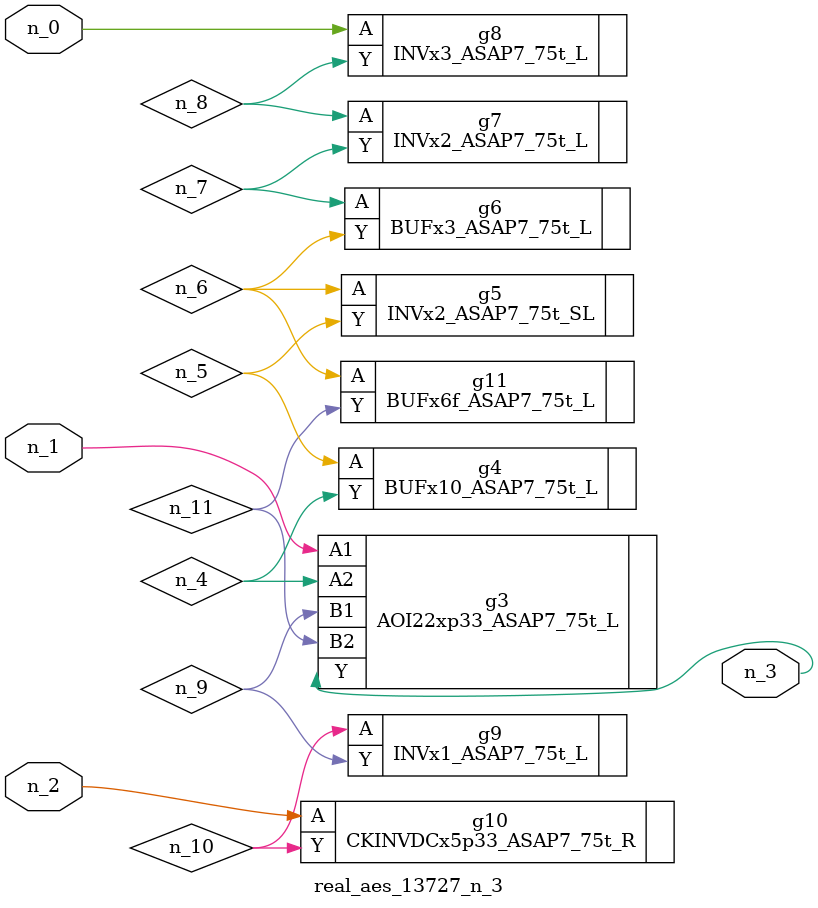
<source format=v>
module real_aes_13727_n_3 (n_0, n_2, n_1, n_3);
input n_0;
input n_2;
input n_1;
output n_3;
wire n_4;
wire n_5;
wire n_7;
wire n_9;
wire n_6;
wire n_8;
wire n_10;
wire n_11;
INVx3_ASAP7_75t_L g8 ( .A(n_0), .Y(n_8) );
AOI22xp33_ASAP7_75t_L g3 ( .A1(n_1), .A2(n_4), .B1(n_9), .B2(n_11), .Y(n_3) );
CKINVDCx5p33_ASAP7_75t_R g10 ( .A(n_2), .Y(n_10) );
BUFx10_ASAP7_75t_L g4 ( .A(n_5), .Y(n_4) );
INVx2_ASAP7_75t_SL g5 ( .A(n_6), .Y(n_5) );
BUFx6f_ASAP7_75t_L g11 ( .A(n_6), .Y(n_11) );
BUFx3_ASAP7_75t_L g6 ( .A(n_7), .Y(n_6) );
INVx2_ASAP7_75t_L g7 ( .A(n_8), .Y(n_7) );
INVx1_ASAP7_75t_L g9 ( .A(n_10), .Y(n_9) );
endmodule
</source>
